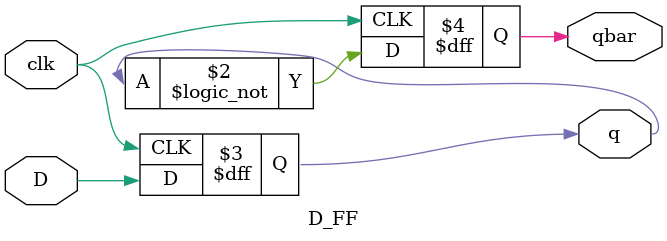
<source format=v>
`timescale 1ns / 1ps


module D_FF(
    input clk,
    input D,
    output reg q,
    output reg qbar
    );
    
always@(posedge clk)
begin
q<=D; 
qbar<=!q;
end 
endmodule

</source>
